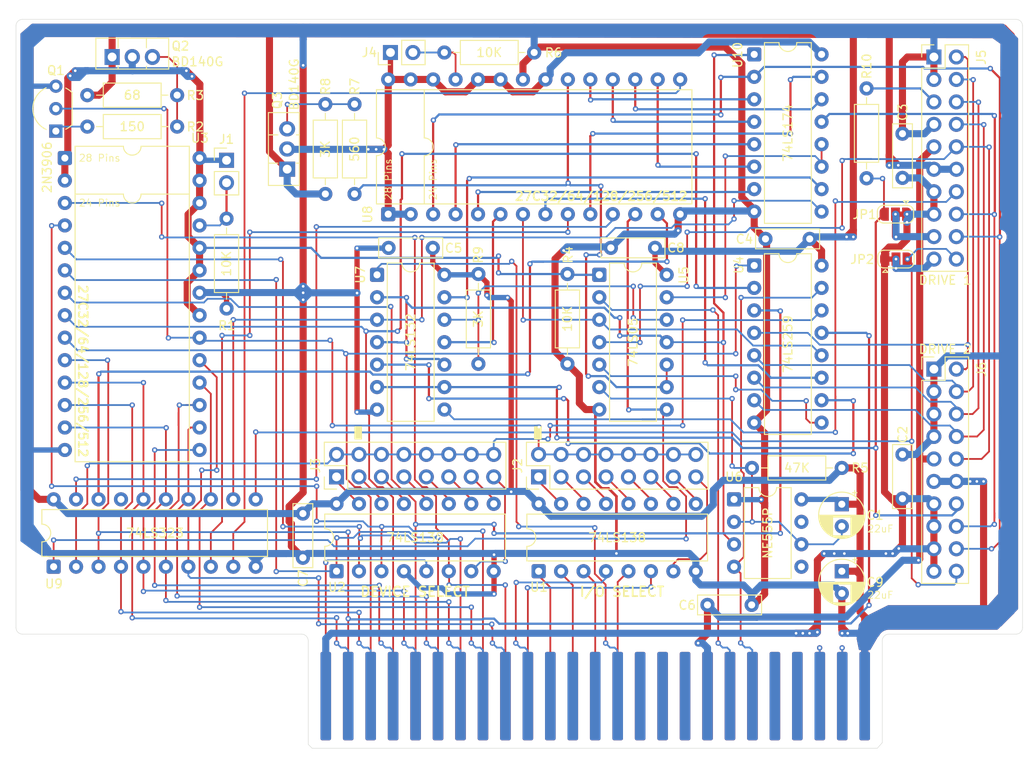
<source format=kicad_pcb>
(kicad_pcb
	(version 20241229)
	(generator "pcbnew")
	(generator_version "9.0")
	(general
		(thickness 1.6)
		(legacy_teardrops no)
	)
	(paper "A4")
	(layers
		(0 "F.Cu" signal)
		(2 "B.Cu" signal)
		(9 "F.Adhes" user "F.Adhesive")
		(11 "B.Adhes" user "B.Adhesive")
		(13 "F.Paste" user)
		(15 "B.Paste" user)
		(5 "F.SilkS" user "F.Silkscreen")
		(7 "B.SilkS" user "B.Silkscreen")
		(1 "F.Mask" user)
		(3 "B.Mask" user)
		(17 "Dwgs.User" user "User.Drawings")
		(19 "Cmts.User" user "User.Comments")
		(21 "Eco1.User" user "User.Eco1")
		(23 "Eco2.User" user "User.Eco2")
		(25 "Edge.Cuts" user)
		(27 "Margin" user)
		(31 "F.CrtYd" user "F.Courtyard")
		(29 "B.CrtYd" user "B.Courtyard")
		(35 "F.Fab" user)
		(33 "B.Fab" user)
		(39 "User.1" user)
		(41 "User.2" user)
		(43 "User.3" user)
		(45 "User.4" user)
	)
	(setup
		(pad_to_mask_clearance 0)
		(allow_soldermask_bridges_in_footprints no)
		(tenting front back)
		(pcbplotparams
			(layerselection 0x00000000_00000000_55555555_5755f5ff)
			(plot_on_all_layers_selection 0x00000000_00000000_00000000_00000000)
			(disableapertmacros no)
			(usegerberextensions no)
			(usegerberattributes yes)
			(usegerberadvancedattributes yes)
			(creategerberjobfile yes)
			(dashed_line_dash_ratio 12.000000)
			(dashed_line_gap_ratio 3.000000)
			(svgprecision 4)
			(plotframeref no)
			(mode 1)
			(useauxorigin no)
			(hpglpennumber 1)
			(hpglpenspeed 20)
			(hpglpendiameter 15.000000)
			(pdf_front_fp_property_popups yes)
			(pdf_back_fp_property_popups yes)
			(pdf_metadata yes)
			(pdf_single_document no)
			(dxfpolygonmode yes)
			(dxfimperialunits yes)
			(dxfusepcbnewfont yes)
			(psnegative no)
			(psa4output no)
			(plot_black_and_white yes)
			(sketchpadsonfab no)
			(plotpadnumbers no)
			(hidednponfab no)
			(sketchdnponfab yes)
			(crossoutdnponfab yes)
			(subtractmaskfromsilk no)
			(outputformat 1)
			(mirror no)
			(drillshape 1)
			(scaleselection 1)
			(outputdirectory "")
		)
	)
	(net 0 "")
	(net 1 "-12V")
	(net 2 "GND")
	(net 3 "+5V")
	(net 4 "Net-(U6-THR)")
	(net 5 "+12V")
	(net 6 "Net-(J1-Pin_2)")
	(net 7 "~{IOSEL}")
	(net 8 "Net-(J2-Pin_5)")
	(net 9 "Net-(J2-Pin_7)")
	(net 10 "/VCC_SWITCHED_1")
	(net 11 "Net-(J2-Pin_15)")
	(net 12 "Net-(J2-Pin_3)")
	(net 13 "Net-(J2-Pin_9)")
	(net 14 "Net-(J2-Pin_11)")
	(net 15 "Net-(J2-Pin_13)")
	(net 16 "Net-(J2-Pin_1)")
	(net 17 "Net-(J3-Pin_11)")
	(net 18 "Net-(J3-Pin_5)")
	(net 19 "Net-(J3-Pin_7)")
	(net 20 "Net-(J3-Pin_9)")
	(net 21 "Net-(J3-Pin_1)")
	(net 22 "Net-(J3-Pin_13)")
	(net 23 "Net-(J3-Pin_15)")
	(net 24 "Net-(J3-Pin_3)")
	(net 25 "Net-(J4-Pin_2)")
	(net 26 "/PH1")
	(net 27 "/PH0")
	(net 28 "/WR DATA")
	(net 29 "/W PROT")
	(net 30 "/RD DATA")
	(net 31 "/PH2")
	(net 32 "/PH3")
	(net 33 "Net-(J5-Pin_17)")
	(net 34 "/WR REQ")
	(net 35 "Net-(J5-Pin_19)")
	(net 36 "/~{ENBL 1}")
	(net 37 "Net-(J5-Pin_5)")
	(net 38 "/~{ENBL 2}")
	(net 39 "A12")
	(net 40 "D0")
	(net 41 "A10")
	(net 42 "A3")
	(net 43 "A14")
	(net 44 "D3")
	(net 45 "unconnected-(P1-Pin_40-Pad40)")
	(net 46 "2M")
	(net 47 "~{RESET}")
	(net 48 "unconnected-(P1-Pin_30-Pad30)")
	(net 49 "A4")
	(net 50 "~{EXTC}")
	(net 51 "unconnected-(P1-Pin_18-Pad18)")
	(net 52 "unconnected-(P1-Pin_38-Pad38)")
	(net 53 "D1")
	(net 54 "unconnected-(P1-Pin_29-Pad29)")
	(net 55 "A0")
	(net 56 "A15")
	(net 57 "D6")
	(net 58 "unconnected-(P1-Pin_36-Pad36)")
	(net 59 "A5")
	(net 60 "unconnected-(P1-Pin_22-Pad22)")
	(net 61 "~{EXTE}")
	(net 62 "Net-(P1-Pin_24)")
	(net 63 "~{EXT8}")
	(net 64 "unconnected-(P1-Pin_34-Pad34)")
	(net 65 "A8")
	(net 66 "D2")
	(net 67 "A2")
	(net 68 "D7")
	(net 69 "A7")
	(net 70 "Net-(P1-Pin_23)")
	(net 71 "A6")
	(net 72 "unconnected-(P1-Pin_21-Pad21)")
	(net 73 "~{EXT_MEM}")
	(net 74 "D4")
	(net 75 "D5")
	(net 76 "A9")
	(net 77 "A13")
	(net 78 "A11")
	(net 79 "unconnected-(P1-Pin_39-Pad39)")
	(net 80 "~{EXT6}")
	(net 81 "A1")
	(net 82 "Net-(Q1-E)")
	(net 83 "Net-(Q2-B)")
	(net 84 "Net-(Q3-B)")
	(net 85 "Net-(U8-~{CE})")
	(net 86 "Net-(R9-Pad2)")
	(net 87 "Net-(U4-Q6)")
	(net 88 "Net-(U4-Q5)")
	(net 89 "Net-(U4-Q7)")
	(net 90 "Net-(U4-Q4)")
	(net 91 "Net-(U10-D3)")
	(net 92 "Net-(U8-D1)")
	(net 93 "Net-(U10-~{Mr})")
	(net 94 "Net-(U8-A4)")
	(net 95 "Net-(U10-Q3)")
	(net 96 "Net-(U10-Cp)")
	(net 97 "Net-(U8-D3)")
	(net 98 "Net-(U10-Q5)")
	(net 99 "Net-(U10-Q2)")
	(net 100 "Net-(U8-A1)")
	(net 101 "Net-(U10-D2)")
	(net 102 "Net-(U8-D0)")
	(net 103 "Net-(U10-Q1)")
	(net 104 "unconnected-(U6-DIS-Pad7)")
	(net 105 "Net-(U10-D0)")
	(net 106 "unconnected-(U6-CV-Pad5)")
	(net 107 "Net-(U10-D5)")
	(net 108 "Net-(U8-D2)")
	(net 109 "Net-(U10-D1)")
	(net 110 "unconnected-(U9-Q7-Pad17)")
	(net 111 "/VCC_SWITCHED_2")
	(net 112 "/~{IOEN}")
	(net 113 "/~{DEVEN}")
	(footprint "Connector_PinHeader_2.54mm:PinHeader_1x02_P2.54mm_Vertical" (layer "F.Cu") (at 69.565185 66.517185))
	(footprint "Capacitor_THT:C_Rect_L7.0mm_W2.0mm_P5.00mm" (layer "F.Cu") (at 118.034185 76.423185 180))
	(footprint "Resistor_THT:R_Axial_DIN0207_L6.3mm_D2.5mm_P10.16mm_Horizontal" (layer "F.Cu") (at 94.203185 54.325185))
	(footprint "Connector_PinHeader_2.54mm:PinHeader_1x02_P2.54mm_Vertical" (layer "F.Cu") (at 88.107185 54.325185 90))
	(footprint "Capacitor_THT:CP_Radial_D5.0mm_P2.50mm" (layer "F.Cu") (at 139.161185 112.999185 -90))
	(footprint "Resistor_THT:R_Axial_DIN0207_L6.3mm_D2.5mm_P10.16mm_Horizontal" (layer "F.Cu") (at 84.043185 60.167185 -90))
	(footprint "Capacitor_THT:C_Rect_L7.0mm_W2.0mm_P5.00mm" (layer "F.Cu") (at 146.019185 104.791185 90))
	(footprint "Package_DIP:DIP-16_W7.62mm" (layer "F.Cu") (at 129.250185 54.539185))
	(footprint "Package_DIP:DIP-16_W7.62mm" (layer "F.Cu") (at 82.006185 112.994185 90))
	(footprint "Package_TO_SOT_THT:TO-92_Inline_Wide" (layer "F.Cu") (at 50.261185 63.215185 90))
	(footprint "Resistor_THT:R_Axial_DIN0207_L6.3mm_D2.5mm_P10.16mm_Horizontal" (layer "F.Cu") (at 141.955185 68.549185 90))
	(footprint "Capacitor_THT:CP_Radial_D5.0mm_P2.50mm" (layer "F.Cu") (at 139.156185 105.419185 -90))
	(footprint "Resistor_THT:R_Axial_DIN0207_L6.3mm_D2.5mm_P10.16mm_Horizontal" (layer "F.Cu") (at 53.817185 59.151185))
	(footprint "Package_DIP:DIP-16_W7.62mm" (layer "F.Cu") (at 104.866185 112.999185 90))
	(footprint "TK2000:DIP-28-24_W15.24mm" (layer "F.Cu") (at 87.853185 72.613185 90))
	(footprint "Package_DIP:DIP-14_W7.62mm" (layer "F.Cu") (at 111.729185 79.471185))
	(footprint "Resistor_THT:R_Axial_DIN0207_L6.3mm_D2.5mm_P10.16mm_Horizontal" (layer "F.Cu") (at 69.565185 73.121185 -90))
	(footprint "Capacitor_THT:C_Rect_L7.0mm_W2.0mm_P5.00mm" (layer "F.Cu") (at 146.019185 68.509185 90))
	(footprint "Jumper:SolderJumper-3_P1.3mm_Bridged12_RoundedPad1.0x1.5mm" (layer "F.Cu") (at 145.287185 77.693185))
	(footprint "Resistor_THT:R_Axial_DIN0207_L6.3mm_D2.5mm_P10.16mm_Horizontal" (layer "F.Cu") (at 98.053185 79.382185 -90))
	(footprint "TK2000:DIP-28-24_W15.24mm" (layer "F.Cu") (at 51.277185 66.263185))
	(footprint "Capacitor_THT:C_Rect_L7.0mm_W2.0mm_P5.00mm" (layer "F.Cu") (at 135.525185 75.407185 180))
	(footprint "Capacitor_THT:C_Rect_L7.0mm_W2.0mm_P5.00mm" (layer "F.Cu") (at 78.201185 106.475185 -90))
	(footprint "Capacitor_THT:C_Rect_L7.0mm_W2.0mm_P5.00mm" (layer "F.Cu") (at 92.893185 76.428185 180))
	(footprint "Package_TO_SOT_THT:TO-126-3_Vertical" (layer "F.Cu") (at 56.623185 54.833185))
	(footprint "Package_DIP:DIP-14_W7.62mm" (layer "F.Cu") (at 86.588185 79.471185))
	(footprint "Resistor_THT:R_Axial_DIN0207_L6.3mm_D2.5mm_P10.16mm_Horizontal"
		(layer "F.C
... [359853 chars truncated]
</source>
